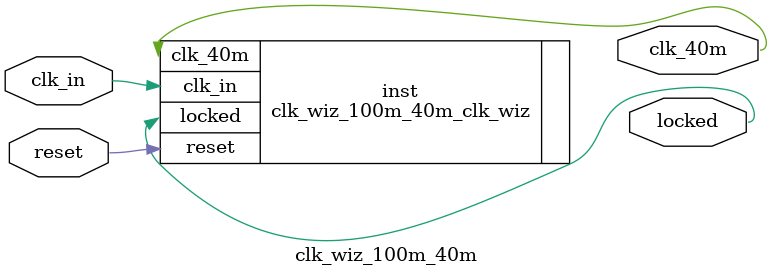
<source format=v>


`timescale 1ps/1ps

(* CORE_GENERATION_INFO = "clk_wiz_100m_40m,clk_wiz_v5_4_3_0,{component_name=clk_wiz_100m_40m,use_phase_alignment=true,use_min_o_jitter=false,use_max_i_jitter=false,use_dyn_phase_shift=false,use_inclk_switchover=false,use_dyn_reconfig=false,enable_axi=0,feedback_source=FDBK_AUTO,PRIMITIVE=MMCM,num_out_clk=1,clkin1_period=10.000,clkin2_period=10.000,use_power_down=false,use_reset=true,use_locked=true,use_inclk_stopped=false,feedback_type=SINGLE,CLOCK_MGR_TYPE=NA,manual_override=false}" *)

module clk_wiz_100m_40m 
 (
  // Clock out ports
  output        clk_40m,
  // Status and control signals
  input         reset,
  output        locked,
 // Clock in ports
  input         clk_in
 );

  clk_wiz_100m_40m_clk_wiz inst
  (
  // Clock out ports  
  .clk_40m(clk_40m),
  // Status and control signals               
  .reset(reset), 
  .locked(locked),
 // Clock in ports
  .clk_in(clk_in)
  );

endmodule

</source>
